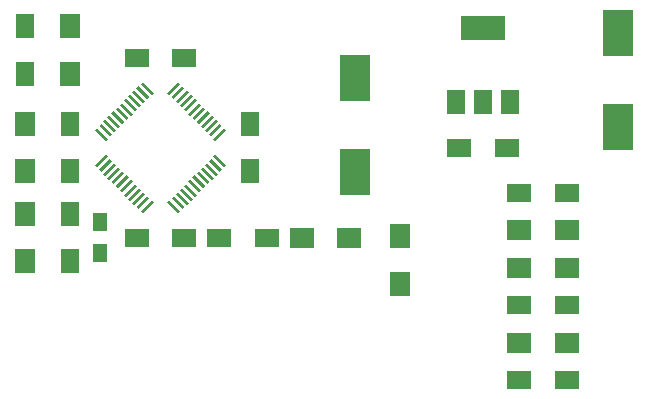
<source format=gbr>
%TF.GenerationSoftware,KiCad,Pcbnew,4.0.7-e2-6376~58~ubuntu17.04.1*%
%TF.CreationDate,2017-10-02T14:32:41+02:00*%
%TF.ProjectId,motion_led_pcb,6D6F74696F6E5F6C65645F7063622E6B,rev?*%
%TF.FileFunction,Paste,Top*%
%FSLAX46Y46*%
G04 Gerber Fmt 4.6, Leading zero omitted, Abs format (unit mm)*
G04 Created by KiCad (PCBNEW 4.0.7-e2-6376~58~ubuntu17.04.1) date Mon Oct  2 14:32:41 2017*
%MOMM*%
%LPD*%
G01*
G04 APERTURE LIST*
%ADD10C,0.100000*%
%ADD11R,1.600000X2.000000*%
%ADD12R,2.000000X1.600000*%
%ADD13R,2.500000X4.000000*%
%ADD14R,1.700000X2.000000*%
%ADD15R,1.300000X1.500000*%
%ADD16R,2.000000X1.700000*%
%ADD17R,3.800000X2.000000*%
%ADD18R,1.500000X2.000000*%
G04 APERTURE END LIST*
D10*
D11*
X15240000Y23590000D03*
X15240000Y19590000D03*
D12*
X24860000Y29210000D03*
X20860000Y29210000D03*
D11*
X30480000Y19590000D03*
X30480000Y23590000D03*
X15240000Y11970000D03*
X15240000Y15970000D03*
D12*
X20860000Y13970000D03*
X24860000Y13970000D03*
D13*
X61595000Y23305000D03*
X61595000Y31305000D03*
D12*
X52165000Y21590000D03*
X48165000Y21590000D03*
D13*
X39370000Y19495000D03*
X39370000Y27495000D03*
D12*
X57245000Y1905000D03*
X53245000Y1905000D03*
X57245000Y17780000D03*
X53245000Y17780000D03*
X57245000Y8255000D03*
X53245000Y8255000D03*
D14*
X43180000Y10065000D03*
X43180000Y14065000D03*
D15*
X17780000Y15320000D03*
X17780000Y12620000D03*
D14*
X11430000Y19590000D03*
X11430000Y23590000D03*
X15240000Y27845000D03*
X15240000Y31845000D03*
X11430000Y15970000D03*
X11430000Y11970000D03*
D16*
X57245000Y14605000D03*
X53245000Y14605000D03*
X57245000Y11430000D03*
X53245000Y11430000D03*
X34830000Y13970000D03*
X38830000Y13970000D03*
X53245000Y5080000D03*
X57245000Y5080000D03*
D10*
G36*
X17468311Y19910621D02*
X17291534Y20087398D01*
X18210773Y21006637D01*
X18387550Y20829860D01*
X17468311Y19910621D01*
X17468311Y19910621D01*
G37*
G36*
X17821864Y19557068D02*
X17645087Y19733845D01*
X18564326Y20653084D01*
X18741103Y20476307D01*
X17821864Y19557068D01*
X17821864Y19557068D01*
G37*
G36*
X18175418Y19203514D02*
X17998641Y19380291D01*
X18917880Y20299530D01*
X19094657Y20122753D01*
X18175418Y19203514D01*
X18175418Y19203514D01*
G37*
G36*
X18528971Y18849961D02*
X18352194Y19026738D01*
X19271433Y19945977D01*
X19448210Y19769200D01*
X18528971Y18849961D01*
X18528971Y18849961D01*
G37*
G36*
X18882524Y18496408D02*
X18705747Y18673185D01*
X19624986Y19592424D01*
X19801763Y19415647D01*
X18882524Y18496408D01*
X18882524Y18496408D01*
G37*
G36*
X19236078Y18142854D02*
X19059301Y18319631D01*
X19978540Y19238870D01*
X20155317Y19062093D01*
X19236078Y18142854D01*
X19236078Y18142854D01*
G37*
G36*
X19589631Y17789301D02*
X19412854Y17966078D01*
X20332093Y18885317D01*
X20508870Y18708540D01*
X19589631Y17789301D01*
X19589631Y17789301D01*
G37*
G36*
X19943185Y17435747D02*
X19766408Y17612524D01*
X20685647Y18531763D01*
X20862424Y18354986D01*
X19943185Y17435747D01*
X19943185Y17435747D01*
G37*
G36*
X20296738Y17082194D02*
X20119961Y17258971D01*
X21039200Y18178210D01*
X21215977Y18001433D01*
X20296738Y17082194D01*
X20296738Y17082194D01*
G37*
G36*
X20650291Y16728641D02*
X20473514Y16905418D01*
X21392753Y17824657D01*
X21569530Y17647880D01*
X20650291Y16728641D01*
X20650291Y16728641D01*
G37*
G36*
X21003845Y16375087D02*
X20827068Y16551864D01*
X21746307Y17471103D01*
X21923084Y17294326D01*
X21003845Y16375087D01*
X21003845Y16375087D01*
G37*
G36*
X21357398Y16021534D02*
X21180621Y16198311D01*
X22099860Y17117550D01*
X22276637Y16940773D01*
X21357398Y16021534D01*
X21357398Y16021534D01*
G37*
G36*
X24539379Y16198311D02*
X24362602Y16021534D01*
X23443363Y16940773D01*
X23620140Y17117550D01*
X24539379Y16198311D01*
X24539379Y16198311D01*
G37*
G36*
X24892932Y16551864D02*
X24716155Y16375087D01*
X23796916Y17294326D01*
X23973693Y17471103D01*
X24892932Y16551864D01*
X24892932Y16551864D01*
G37*
G36*
X25246486Y16905418D02*
X25069709Y16728641D01*
X24150470Y17647880D01*
X24327247Y17824657D01*
X25246486Y16905418D01*
X25246486Y16905418D01*
G37*
G36*
X25600039Y17258971D02*
X25423262Y17082194D01*
X24504023Y18001433D01*
X24680800Y18178210D01*
X25600039Y17258971D01*
X25600039Y17258971D01*
G37*
G36*
X25953592Y17612524D02*
X25776815Y17435747D01*
X24857576Y18354986D01*
X25034353Y18531763D01*
X25953592Y17612524D01*
X25953592Y17612524D01*
G37*
G36*
X26307146Y17966078D02*
X26130369Y17789301D01*
X25211130Y18708540D01*
X25387907Y18885317D01*
X26307146Y17966078D01*
X26307146Y17966078D01*
G37*
G36*
X26660699Y18319631D02*
X26483922Y18142854D01*
X25564683Y19062093D01*
X25741460Y19238870D01*
X26660699Y18319631D01*
X26660699Y18319631D01*
G37*
G36*
X27014253Y18673185D02*
X26837476Y18496408D01*
X25918237Y19415647D01*
X26095014Y19592424D01*
X27014253Y18673185D01*
X27014253Y18673185D01*
G37*
G36*
X27367806Y19026738D02*
X27191029Y18849961D01*
X26271790Y19769200D01*
X26448567Y19945977D01*
X27367806Y19026738D01*
X27367806Y19026738D01*
G37*
G36*
X27721359Y19380291D02*
X27544582Y19203514D01*
X26625343Y20122753D01*
X26802120Y20299530D01*
X27721359Y19380291D01*
X27721359Y19380291D01*
G37*
G36*
X28074913Y19733845D02*
X27898136Y19557068D01*
X26978897Y20476307D01*
X27155674Y20653084D01*
X28074913Y19733845D01*
X28074913Y19733845D01*
G37*
G36*
X28428466Y20087398D02*
X28251689Y19910621D01*
X27332450Y20829860D01*
X27509227Y21006637D01*
X28428466Y20087398D01*
X28428466Y20087398D01*
G37*
G36*
X27509227Y22173363D02*
X27332450Y22350140D01*
X28251689Y23269379D01*
X28428466Y23092602D01*
X27509227Y22173363D01*
X27509227Y22173363D01*
G37*
G36*
X27155674Y22526916D02*
X26978897Y22703693D01*
X27898136Y23622932D01*
X28074913Y23446155D01*
X27155674Y22526916D01*
X27155674Y22526916D01*
G37*
G36*
X26802120Y22880470D02*
X26625343Y23057247D01*
X27544582Y23976486D01*
X27721359Y23799709D01*
X26802120Y22880470D01*
X26802120Y22880470D01*
G37*
G36*
X26448567Y23234023D02*
X26271790Y23410800D01*
X27191029Y24330039D01*
X27367806Y24153262D01*
X26448567Y23234023D01*
X26448567Y23234023D01*
G37*
G36*
X26095014Y23587576D02*
X25918237Y23764353D01*
X26837476Y24683592D01*
X27014253Y24506815D01*
X26095014Y23587576D01*
X26095014Y23587576D01*
G37*
G36*
X25741460Y23941130D02*
X25564683Y24117907D01*
X26483922Y25037146D01*
X26660699Y24860369D01*
X25741460Y23941130D01*
X25741460Y23941130D01*
G37*
G36*
X25387907Y24294683D02*
X25211130Y24471460D01*
X26130369Y25390699D01*
X26307146Y25213922D01*
X25387907Y24294683D01*
X25387907Y24294683D01*
G37*
G36*
X25034353Y24648237D02*
X24857576Y24825014D01*
X25776815Y25744253D01*
X25953592Y25567476D01*
X25034353Y24648237D01*
X25034353Y24648237D01*
G37*
G36*
X24680800Y25001790D02*
X24504023Y25178567D01*
X25423262Y26097806D01*
X25600039Y25921029D01*
X24680800Y25001790D01*
X24680800Y25001790D01*
G37*
G36*
X24327247Y25355343D02*
X24150470Y25532120D01*
X25069709Y26451359D01*
X25246486Y26274582D01*
X24327247Y25355343D01*
X24327247Y25355343D01*
G37*
G36*
X23973693Y25708897D02*
X23796916Y25885674D01*
X24716155Y26804913D01*
X24892932Y26628136D01*
X23973693Y25708897D01*
X23973693Y25708897D01*
G37*
G36*
X23620140Y26062450D02*
X23443363Y26239227D01*
X24362602Y27158466D01*
X24539379Y26981689D01*
X23620140Y26062450D01*
X23620140Y26062450D01*
G37*
G36*
X22276637Y26239227D02*
X22099860Y26062450D01*
X21180621Y26981689D01*
X21357398Y27158466D01*
X22276637Y26239227D01*
X22276637Y26239227D01*
G37*
G36*
X21923084Y25885674D02*
X21746307Y25708897D01*
X20827068Y26628136D01*
X21003845Y26804913D01*
X21923084Y25885674D01*
X21923084Y25885674D01*
G37*
G36*
X21569530Y25532120D02*
X21392753Y25355343D01*
X20473514Y26274582D01*
X20650291Y26451359D01*
X21569530Y25532120D01*
X21569530Y25532120D01*
G37*
G36*
X21215977Y25178567D02*
X21039200Y25001790D01*
X20119961Y25921029D01*
X20296738Y26097806D01*
X21215977Y25178567D01*
X21215977Y25178567D01*
G37*
G36*
X20862424Y24825014D02*
X20685647Y24648237D01*
X19766408Y25567476D01*
X19943185Y25744253D01*
X20862424Y24825014D01*
X20862424Y24825014D01*
G37*
G36*
X20508870Y24471460D02*
X20332093Y24294683D01*
X19412854Y25213922D01*
X19589631Y25390699D01*
X20508870Y24471460D01*
X20508870Y24471460D01*
G37*
G36*
X20155317Y24117907D02*
X19978540Y23941130D01*
X19059301Y24860369D01*
X19236078Y25037146D01*
X20155317Y24117907D01*
X20155317Y24117907D01*
G37*
G36*
X19801763Y23764353D02*
X19624986Y23587576D01*
X18705747Y24506815D01*
X18882524Y24683592D01*
X19801763Y23764353D01*
X19801763Y23764353D01*
G37*
G36*
X19448210Y23410800D02*
X19271433Y23234023D01*
X18352194Y24153262D01*
X18528971Y24330039D01*
X19448210Y23410800D01*
X19448210Y23410800D01*
G37*
G36*
X19094657Y23057247D02*
X18917880Y22880470D01*
X17998641Y23799709D01*
X18175418Y23976486D01*
X19094657Y23057247D01*
X19094657Y23057247D01*
G37*
G36*
X18741103Y22703693D02*
X18564326Y22526916D01*
X17645087Y23446155D01*
X17821864Y23622932D01*
X18741103Y22703693D01*
X18741103Y22703693D01*
G37*
G36*
X18387550Y22350140D02*
X18210773Y22173363D01*
X17291534Y23092602D01*
X17468311Y23269379D01*
X18387550Y22350140D01*
X18387550Y22350140D01*
G37*
D17*
X50165000Y31725000D03*
D18*
X50165000Y25425000D03*
X52465000Y25425000D03*
X47865000Y25425000D03*
D11*
X11430000Y27845000D03*
X11430000Y31845000D03*
D12*
X27845000Y13970000D03*
X31845000Y13970000D03*
M02*

</source>
